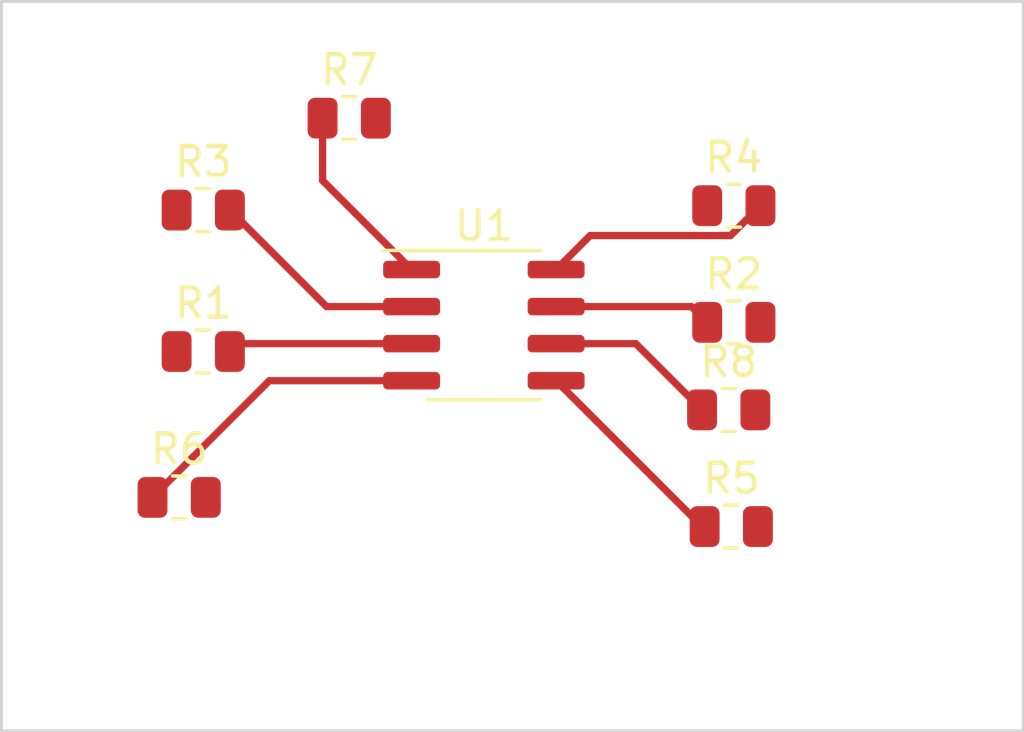
<source format=kicad_pcb>
(kicad_pcb (version 20221018) (generator pcbnew)
  (layers (0 "F.Cu" signal) (31 "B.Cu" signal) (34 "B.Paste" user) (35 "F.Paste" user) (36 "B.SilkS" user "B.Silkscreen") (37 "F.SilkS" user "F.Silkscreen") (38 "B.Mask" user) (39 "F.Mask" user) (44 "Edge.Cuts" user))
  (net 0 "")
  (net 1 "Net-(U1-Q)")
  (net 4 "Net-(U1-TR)")
  (net 6 "Net-(U1-VCC)")
  (net 7 "Net-(U1-CV)")
  (net 9 "Net-(U1-R)")
  (net 11 "Net-(U1-GND)")
  (net 13 "Net-(U1-THR)")
  (net 14 "Net-(U1-DIS)")
  (footprint "Resistor_SMD:R_0805_2012Metric" (layer "F.Cu") (at 73 53)
    (fp_text reference "R5" (at 0 -1.65) (layer "F.SilkS"))
    (fp_text value "R")
    (fp_line (start -0.227064 -0.735) (end 0.227064 -0.735) (stroke (width 0.12)) (layer "F.SilkS"))
    (fp_line (start -0.227064 0.735) (end 0.227064 0.735) (stroke (width 0.12)) (layer "F.SilkS"))
    (pad "1" smd roundrect (at -0.9125 0) (size 1.025 1.4) (layers "F.Cu" "F.Paste" "F.Mask") (roundrect_rratio 0.243902) (net 7 "Net-(U1-CV)"))
    (pad "2" smd roundrect (at 0.9125 0) (size 1.025 1.4) (layers "F.Cu" "F.Paste" "F.Mask") (roundrect_rratio 0.243902))
  )
  (footprint "Resistor_SMD:R_0805_2012Metric" (layer "F.Cu") (at 59.9125 39)
    (fp_text reference "R7" (at 0 -1.65) (layer "F.SilkS"))
    (fp_text value "R")
    (fp_line (start -0.227064 -0.735) (end 0.227064 -0.735) (stroke (width 0.12)) (layer "F.SilkS"))
    (fp_line (start -0.227064 0.735) (end 0.227064 0.735) (stroke (width 0.12)) (layer "F.SilkS"))
    (pad "1" smd roundrect (at -0.9125 0) (size 1.025 1.4) (layers "F.Cu" "F.Paste" "F.Mask") (roundrect_rratio 0.243902) (net 11 "Net-(U1-GND)"))
    (pad "2" smd roundrect (at 0.9125 0) (size 1.025 1.4) (layers "F.Cu" "F.Paste" "F.Mask") (roundrect_rratio 0.243902))
  )
  (footprint "Resistor_SMD:R_0805_2012Metric" (layer "F.Cu") (at 54.9125 42.15)
    (fp_text reference "R3" (at 0 -1.65) (layer "F.SilkS"))
    (fp_text value "R")
    (fp_line (start -0.227064 -0.735) (end 0.227064 -0.735) (stroke (width 0.12)) (layer "F.SilkS"))
    (fp_line (start -0.227064 0.735) (end 0.227064 0.735) (stroke (width 0.12)) (layer "F.SilkS"))
    (pad "1" smd roundrect (at -0.9125 0) (size 1.025 1.4) (layers "F.Cu" "F.Paste" "F.Mask") (roundrect_rratio 0.243902))
    (pad "2" smd roundrect (at 0.9125 0) (size 1.025 1.4) (layers "F.Cu" "F.Paste" "F.Mask") (roundrect_rratio 0.243902) (net 4 "Net-(U1-TR)"))
  )
  (footprint "Resistor_SMD:R_0805_2012Metric" (layer "F.Cu") (at 54.9125 47)
    (fp_text reference "R1" (at 0 -1.65) (layer "F.SilkS"))
    (fp_text value "R")
    (fp_line (start -0.227064 -0.735) (end 0.227064 -0.735) (stroke (width 0.12)) (layer "F.SilkS"))
    (fp_line (start -0.227064 0.735) (end 0.227064 0.735) (stroke (width 0.12)) (layer "F.SilkS"))
    (pad "1" smd roundrect (at -0.9125 0) (size 1.025 1.4) (layers "F.Cu" "F.Paste" "F.Mask") (roundrect_rratio 0.243902))
    (pad "2" smd roundrect (at 0.9125 0) (size 1.025 1.4) (layers "F.Cu" "F.Paste" "F.Mask") (roundrect_rratio 0.243902) (net 1 "Net-(U1-Q)"))
  )
  (footprint "Resistor_SMD:R_0805_2012Metric" (layer "F.Cu") (at 72.9125 49)
    (fp_text reference "R8" (at 0 -1.65) (layer "F.SilkS"))
    (fp_text value "R")
    (fp_line (start -0.227064 -0.735) (end 0.227064 -0.735) (stroke (width 0.12)) (layer "F.SilkS"))
    (fp_line (start -0.227064 0.735) (end 0.227064 0.735) (stroke (width 0.12)) (layer "F.SilkS"))
    (pad "1" smd roundrect (at -0.9125 0) (size 1.025 1.4) (layers "F.Cu" "F.Paste" "F.Mask") (roundrect_rratio 0.243902) (net 13 "Net-(U1-THR)"))
    (pad "2" smd roundrect (at 0.9125 0) (size 1.025 1.4) (layers "F.Cu" "F.Paste" "F.Mask") (roundrect_rratio 0.243902))
  )
  (footprint "Package_SO:SOIC-8_3.9x4.9mm_P1.27mm" (layer "F.Cu") (at 64.525 46.095)
    (fp_text reference "U1" (at 0 -3.4) (layer "F.SilkS"))
    (fp_text value "LMC555xM")
    (fp_line (start 0 -2.56) (end -3.45 -2.56) (stroke (width 0.12)) (layer "F.SilkS"))
    (fp_line (start 0 -2.56) (end 1.95 -2.56) (stroke (width 0.12)) (layer "F.SilkS"))
    (fp_line (start 0 2.56) (end -1.95 2.56) (stroke (width 0.12)) (layer "F.SilkS"))
    (fp_line (start 0 2.56) (end 1.95 2.56) (stroke (width 0.12)) (layer "F.SilkS"))
    (pad "1" smd roundrect (at -2.475 -1.905) (size 1.95 0.6) (layers "F.Cu" "F.Paste" "F.Mask") (net 11 "Net-(U1-GND)"))
    (pad "2" smd roundrect (at -2.475 -0.635) (size 1.95 0.6) (layers "F.Cu" "F.Paste" "F.Mask") (net 4 "Net-(U1-TR)"))
    (pad "3" smd roundrect (at -2.475 0.635) (size 1.95 0.6) (layers "F.Cu" "F.Paste" "F.Mask") (net 1 "Net-(U1-Q)"))
    (pad "4" smd roundrect (at -2.475 1.905) (size 1.95 0.6) (layers "F.Cu" "F.Paste" "F.Mask") (net 9 "Net-(U1-R)"))
    (pad "5" smd roundrect (at 2.475 1.905) (size 1.95 0.6) (layers "F.Cu" "F.Paste" "F.Mask") (net 7 "Net-(U1-CV)"))
    (pad "6" smd roundrect (at 2.475 0.635) (size 1.95 0.6) (layers "F.Cu" "F.Paste" "F.Mask") (net 13 "Net-(U1-THR)"))
    (pad "7" smd roundrect (at 2.475 -0.635) (size 1.95 0.6) (layers "F.Cu" "F.Paste" "F.Mask") (net 14 "Net-(U1-DIS)"))
    (pad "8" smd roundrect (at 2.475 -1.905) (size 1.95 0.6) (layers "F.Cu" "F.Paste" "F.Mask") (net 6 "Net-(U1-VCC)"))
  )
  (footprint "Resistor_SMD:R_0805_2012Metric" (layer "F.Cu") (at 73.0875 46)
    (fp_text reference "R2" (at 0 -1.65) (layer "F.SilkS"))
    (fp_text value "R")
    (fp_line (start -0.227064 -0.735) (end 0.227064 -0.735) (stroke (width 0.12)) (layer "F.SilkS"))
    (fp_line (start -0.227064 0.735) (end 0.227064 0.735) (stroke (width 0.12)) (layer "F.SilkS"))
    (pad "1" smd roundrect (at -0.9125 0) (size 1.025 1.4) (layers "F.Cu" "F.Paste" "F.Mask") (roundrect_rratio 0.243902) (net 14 "Net-(U1-DIS)"))
    (pad "2" smd roundrect (at 0.9125 0) (size 1.025 1.4) (layers "F.Cu" "F.Paste" "F.Mask") (roundrect_rratio 0.243902))
  )
  (footprint "Resistor_SMD:R_0805_2012Metric" (layer "F.Cu") (at 54.0875 52)
    (fp_text reference "R6" (at 0 -1.65) (layer "F.SilkS"))
    (fp_text value "R")
    (fp_line (start -0.227064 -0.735) (end 0.227064 -0.735) (stroke (width 0.12)) (layer "F.SilkS"))
    (fp_line (start -0.227064 0.735) (end 0.227064 0.735) (stroke (width 0.12)) (layer "F.SilkS"))
    (pad "1" smd roundrect (at -0.9125 0) (size 1.025 1.4) (layers "F.Cu" "F.Paste" "F.Mask") (roundrect_rratio 0.243902) (net 9 "Net-(U1-R)"))
    (pad "2" smd roundrect (at 0.9125 0) (size 1.025 1.4) (layers "F.Cu" "F.Paste" "F.Mask") (roundrect_rratio 0.243902))
  )
  (footprint "Resistor_SMD:R_0805_2012Metric" (layer "F.Cu") (at 73.0875 42)
    (fp_text reference "R4" (at 0 -1.65) (layer "F.SilkS"))
    (fp_text value "R")
    (fp_line (start -0.227064 -0.735) (end 0.227064 -0.735) (stroke (width 0.12)) (layer "F.SilkS"))
    (fp_line (start -0.227064 0.735) (end 0.227064 0.735) (stroke (width 0.12)) (layer "F.SilkS"))
    (pad "1" smd roundrect (at -0.9125 0) (size 1.025 1.4) (layers "F.Cu" "F.Paste" "F.Mask") (roundrect_rratio 0.243902))
    (pad "2" smd roundrect (at 0.9125 0) (size 1.025 1.4) (layers "F.Cu" "F.Paste" "F.Mask") (roundrect_rratio 0.243902) (net 6 "Net-(U1-VCC)"))
  )
  (gr_rect (start 48 35) (end 83 60) (stroke (width 0.1)) (fill none) (layer "Edge.Cuts"))
  (segment (start 56.095 46.73) (end 55.825 47) (width 0.25) (layer "F.Cu") (net 1))
  (segment (start 62.05 46.73) (end 56.095 46.73) (width 0.25) (layer "F.Cu") (net 1))
  (segment (start 62.05 45.46) (end 59.135 45.46) (width 0.25) (layer "F.Cu") (net 4))
  (segment (start 59.135 45.46) (end 55.825 42.15) (width 0.25) (layer "F.Cu") (net 4))
  (segment (start 67 44.19) (end 68.165 43.025) (width 0.25) (layer "F.Cu") (net 6))
  (segment (start 72.975 43.025) (end 74 42) (width 0.25) (layer "F.Cu") (net 6))
  (segment (start 68.165 43.025) (end 72.975 43.025) (width 0.25) (layer "F.Cu") (net 6))
  (segment (start 67 48) (end 72 53) (width 0.25) (layer "F.Cu") (net 7))
  (segment (start 72 53) (end 72.0875 53) (width 0.25) (layer "F.Cu") (net 7))
  (segment (start 62.05 48) (end 57.175 48) (width 0.25) (layer "F.Cu") (net 9))
  (segment (start 57.175 48) (end 53.175 52) (width 0.25) (layer "F.Cu") (net 9))
  (segment (start 59 41.14) (end 59 39) (width 0.25) (layer "F.Cu") (net 11))
  (segment (start 62.05 44.19) (end 59 41.14) (width 0.25) (layer "F.Cu") (net 11))
  (segment (start 69.73 46.73) (end 72 49) (width 0.25) (layer "F.Cu") (net 13))
  (segment (start 67 46.73) (end 69.73 46.73) (width 0.25) (layer "F.Cu") (net 13))
  (segment (start 67 45.46) (end 71.635 45.46) (width 0.25) (layer "F.Cu") (net 14))
  (segment (start 71.635 45.46) (end 72.175 46) (width 0.25) (layer "F.Cu") (net 14))
)
</source>
